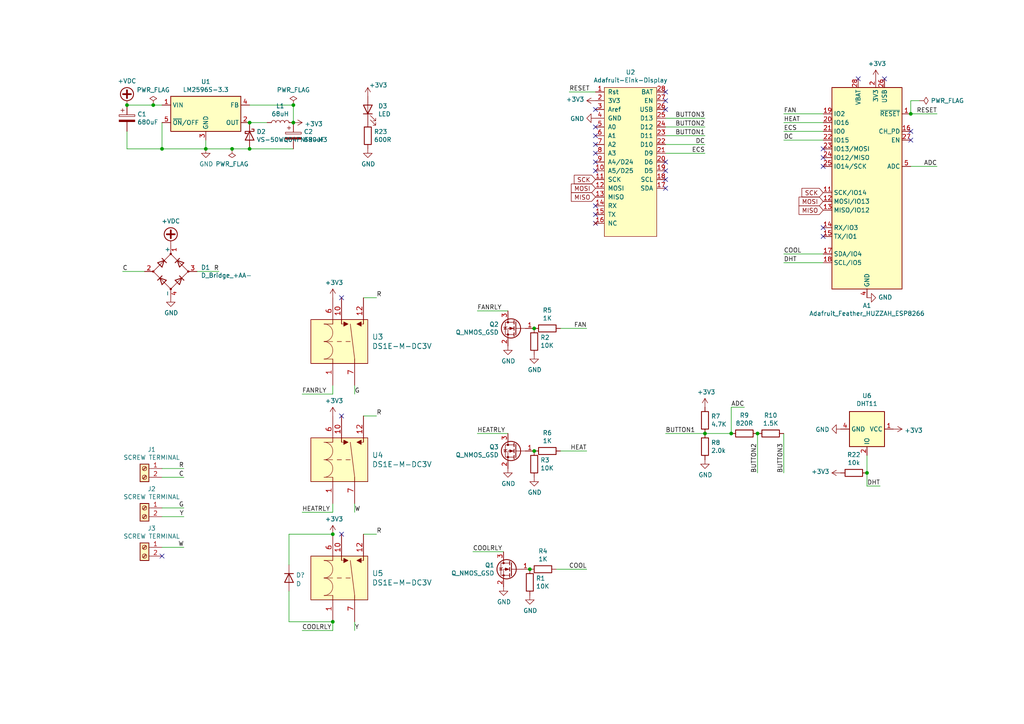
<source format=kicad_sch>
(kicad_sch (version 20211123) (generator eeschema)
  (paper "A4")
  (title_block (title "Arduino Thermostat") (date "2021-08-14") (rev "A") (comment 1 "Designed by A. Elder"))
  (lib_symbols
    (symbol "Arduino-Thermostat:Adafruit-Eink-Display" (pin_names (offset 1.016))
      (property "Reference" "U" (at 0 0 0))
      (property "Value" "Adafruit-Eink-Display" (at 0 2.54 0))
      (symbol "Adafruit-Eink-Display_0_1"
        (rectangle (start -7.62 -1.27) (end 7.62 -44.45) (fill (type background)))
      )
      (symbol "Adafruit-Eink-Display_1_1"
        (pin input line (at -10.16 -2.54 0) (length 2.54) (name "Rst") (number "1"))
        (pin bidirectional line (at -10.16 -25.4 0) (length 2.54) (name "A5/D25") (number "10"))
        (pin input line (at -10.16 -27.94 0) (length 2.54) (name "SCK") (number "11"))
        (pin input line (at -10.16 -30.48 0) (length 2.54) (name "MOSI") (number "12"))
        (pin output line (at -10.16 -33.02 0) (length 2.54) (name "MISO") (number "13"))
        (pin input line (at -10.16 -35.56 0) (length 2.54) (name "RX") (number "14"))
        (pin output line (at -10.16 -38.1 0) (length 2.54) (name "TX") (number "15"))
        (pin no_connect line (at -10.16 -40.64 0) (length 2.54) (name "NC") (number "16"))
        (pin bidirectional line (at 10.16 -30.48 180) (length 2.54) (name "SDA") (number "17"))
        (pin input line (at 10.16 -27.94 180) (length 2.54) (name "SCL") (number "18"))
        (pin bidirectional line (at 10.16 -25.4 180) (length 2.54) (name "D5") (number "19"))
        (pin power_in line (at -10.16 -5.08 0) (length 2.54) (name "3V3") (number "2"))
        (pin bidirectional line (at 10.16 -22.86 180) (length 2.54) (name "D6") (number "20"))
        (pin bidirectional line (at 10.16 -20.32 180) (length 2.54) (name "D9") (number "21"))
        (pin bidirectional line (at 10.16 -17.78 180) (length 2.54) (name "D10") (number "22"))
        (pin bidirectional line (at 10.16 -15.24 180) (length 2.54) (name "D11") (number "23"))
        (pin bidirectional line (at 10.16 -12.7 180) (length 2.54) (name "D12") (number "24"))
        (pin bidirectional line (at 10.16 -10.16 180) (length 2.54) (name "D13") (number "25"))
        (pin input line (at 10.16 -7.62 180) (length 2.54) (name "USB") (number "26"))
        (pin input line (at 10.16 -5.08 180) (length 2.54) (name "EN") (number "27"))
        (pin input line (at 10.16 -2.54 180) (length 2.54) (name "BAT") (number "28"))
        (pin input line (at -10.16 -7.62 0) (length 2.54) (name "Aref") (number "3"))
        (pin power_in line (at -10.16 -10.16 0) (length 2.54) (name "GND") (number "4"))
        (pin bidirectional line (at -10.16 -12.7 0) (length 2.54) (name "A0") (number "5"))
        (pin bidirectional line (at -10.16 -15.24 0) (length 2.54) (name "A1") (number "6"))
        (pin bidirectional line (at -10.16 -17.78 0) (length 2.54) (name "A2") (number "7"))
        (pin bidirectional line (at -10.16 -20.32 0) (length 2.54) (name "A3") (number "8"))
        (pin bidirectional line (at -10.16 -22.86 0) (length 2.54) (name "A4/D24") (number "9"))
      )
    )
    (symbol "Arduino-Thermostat:DS1E-M-DC5V" (pin_names (offset -0.254) hide)
      (property "Reference" "U" (at 43.18 5.08 0))
      (property "Value" "DS1E-M-DC5V" (at 43.18 2.54 0))
      (symbol "DS1E-M-DC5V_0_1"
        (polyline (pts (xy 38.1 -13.97) (xy 48.26 -12.7)))
        (polyline (pts (xy 43.18 -11.43) (xy 43.18 -12.7)))
        (polyline (pts (xy 43.18 -8.89) (xy 43.18 -10.16)))
        (polyline (pts (xy 48.26 -5.08) (xy 48.26 -7.62)))
        (polyline (pts (xy 49.53 -6.35) (xy 49.53 -1.27) (xy 36.83 -1.27) (xy 36.83 -17.78) (xy 49.53 -17.78) (xy 49.53 -6.35) (xy 49.53 -3.81)))
        (rectangle (start 36.83 -1.27) (end 49.53 -17.78) (fill (type background)))
      )
      (symbol "DS1E-M-DC5V_1_1"
        (polyline (pts (xy 38.1 -5.08) (xy 38.1 -7.62)) (stroke (width 0.127)))
        (polyline (pts (xy 43.18 -5.08) (xy 43.18 -7.62)) (stroke (width 0.127)))
        (polyline (pts (xy 48.26 -16.51) (xy 48.26 -15.24)) (stroke (width 0.127)))
        (polyline (pts (xy 48.2854 -11.557) (xy 48.2854 -10.2362)) (stroke (width 0.127)))
        (polyline (pts (xy 47.625 -10.795) (xy 48.895 -10.795) (xy 48.26 -12.065) (xy 47.625 -10.795)) (fill (type outline)))
        (polyline (pts (xy 48.895 -15.875) (xy 47.625 -15.875) (xy 48.26 -14.605) (xy 48.895 -15.875)) (fill (type outline)))
        (arc (start 38.1 -5.08) (mid 40.64 -7.62) (end 43.18 -5.08) (stroke (width 0.127)))
        (arc (start 43.18 -5.08) (mid 45.72 -7.62) (end 48.26 -5.08) (stroke (width 0.127)))
        (pin passive line (at 30.48 -7.62 0) (length 7.62) (name "1") (number "1"))
        (pin passive line (at 55.88 -10.16 180) (length 7.62) (name "10") (number "10"))
        (pin passive line (at 55.88 -16.51 180) (length 7.62) (name "12") (number "12"))
        (pin passive line (at 55.88 -7.62 180) (length 7.62) (name "6") (number "6"))
        (pin passive line (at 30.48 -13.97 0) (length 7.62) (name "7") (number "7"))
      )
    )
    (symbol "Connector:Screw_Terminal_01x02" (pin_names (offset 1.016) hide)
      (property "Reference" "J" (at 0 2.54 0))
      (property "Value" "Screw_Terminal_01x02" (at 0 -5.08 0))
      (symbol "Screw_Terminal_01x02_1_1"
        (rectangle (start -1.27 1.27) (end 1.27 -3.81) (stroke (width 0.254)) (fill (type background)))
        (circle (center 0 -2.54) (radius 0.635) (stroke (width 0.1524)))
        (polyline (pts (xy -0.5334 -2.2098) (xy 0.3302 -3.048)) (stroke (width 0.1524)))
        (polyline (pts (xy -0.5334 0.3302) (xy 0.3302 -0.508)) (stroke (width 0.1524)))
        (polyline (pts (xy -0.3556 -2.032) (xy 0.508 -2.8702)) (stroke (width 0.1524)))
        (polyline (pts (xy -0.3556 0.508) (xy 0.508 -0.3302)) (stroke (width 0.1524)))
        (circle (center 0 0) (radius 0.635) (stroke (width 0.1524)))
        (pin passive line (at -5.08 0 0) (length 3.81) (name "Pin_1") (number "1"))
        (pin passive line (at -5.08 -2.54 0) (length 3.81) (name "Pin_2") (number "2"))
      )
    )
    (symbol "Device:D" (pin_numbers hide) (pin_names (offset 1.016) hide)
      (property "Reference" "D" (at 0 2.54 0))
      (property "Value" "D" (at 0 -2.54 0))
      (symbol "D_0_1"
        (polyline (pts (xy -1.27 1.27) (xy -1.27 -1.27)) (stroke (width 0.254)))
        (polyline (pts (xy 1.27 0) (xy -1.27 0)))
        (polyline (pts (xy 1.27 1.27) (xy 1.27 -1.27) (xy -1.27 0) (xy 1.27 1.27)) (stroke (width 0.254)))
      )
      (symbol "D_1_1"
        (pin passive line (at -3.81 0 0) (length 2.54) (name "K") (number "1"))
        (pin passive line (at 3.81 0 180) (length 2.54) (name "A") (number "2"))
      )
    )
    (symbol "Device:D_Bridge_+AA-" (pin_names (offset 0))
      (property "Reference" "D" (at 2.54 6.985 0))
      (property "Value" "D_Bridge_+AA-" (at 2.54 5.08 0))
      (symbol "D_Bridge_+AA-_0_1"
        (circle (center -5.08 0) (radius 0.254) (fill (type outline)))
        (circle (center 0 -5.08) (radius 0.254) (fill (type outline)))
        (polyline (pts (xy -2.54 3.81) (xy -1.27 2.54)) (stroke (width 0.254)))
        (polyline (pts (xy -1.27 -2.54) (xy -2.54 -3.81)) (stroke (width 0.254)))
        (polyline (pts (xy 2.54 -1.27) (xy 3.81 -2.54)) (stroke (width 0.254)))
        (polyline (pts (xy 2.54 1.27) (xy 3.81 2.54)) (stroke (width 0.254)))
        (polyline (pts (xy -3.81 2.54) (xy -2.54 1.27) (xy -1.905 3.175) (xy -3.81 2.54)) (stroke (width 0.254)))
        (polyline (pts (xy -2.54 -1.27) (xy -3.81 -2.54) (xy -1.905 -3.175) (xy -2.54 -1.27)) (stroke (width 0.254)))
        (polyline (pts (xy 1.27 2.54) (xy 2.54 3.81) (xy 3.175 1.905) (xy 1.27 2.54)) (stroke (width 0.254)))
        (polyline (pts (xy 3.175 -1.905) (xy 1.27 -2.54) (xy 2.54 -3.81) (xy 3.175 -1.905)) (stroke (width 0.254)))
        (polyline (pts (xy -5.08 0) (xy 0 -5.08) (xy 5.08 0) (xy 0 5.08) (xy -5.08 0)))
        (circle (center 0 5.08) (radius 0.254) (fill (type outline)))
        (circle (center 5.08 0) (radius 0.254) (fill (type outline)))
      )
      (symbol "D_Bridge_+AA-_1_1"
        (pin passive line (at 7.62 0 180) (length 2.54) (name "+") (number "1"))
        (pin passive line (at 0 7.62 270) (length 2.54) (name "~") (number "2"))
        (pin passive line (at 0 -7.62 90) (length 2.54) (name "~") (number "3"))
        (pin passive line (at -7.62 0 0) (length 2.54) (name "-") (number "4"))
      )
    )
    (symbol "Device:D_Schottky" (pin_numbers hide) (pin_names (offset 1.016) hide)
      (property "Reference" "D" (at 0 2.54 0))
      (property "Value" "D_Schottky" (at 0 -2.54 0))
      (symbol "D_Schottky_0_1"
        (polyline (pts (xy 1.27 0) (xy -1.27 0)))
        (polyline (pts (xy 1.27 1.27) (xy 1.27 -1.27) (xy -1.27 0) (xy 1.27 1.27)) (stroke (width 0.254)))
        (polyline (pts (xy -1.905 0.635) (xy -1.905 1.27) (xy -1.27 1.27) (xy -1.27 -1.27) (xy -0.635 -1.27) (xy -0.635 -0.635)) (stroke (width 0.254)))
      )
      (symbol "D_Schottky_1_1"
        (pin passive line (at -3.81 0 0) (length 2.54) (name "K") (number "1"))
        (pin passive line (at 3.81 0 180) (length 2.54) (name "A") (number "2"))
      )
    )
    (symbol "Device:L" (pin_numbers hide) (pin_names (offset 1.016) hide)
      (property "Reference" "L" (at -1.27 0 90))
      (property "Value" "L" (at 1.905 0 90))
      (symbol "L_0_1"
        (arc (start 0 -2.54) (mid 0.635 -1.905) (end 0 -1.27))
        (arc (start 0 -1.27) (mid 0.635 -0.635) (end 0 0))
        (arc (start 0 0) (mid 0.635 0.635) (end 0 1.27))
        (arc (start 0 1.27) (mid 0.635 1.905) (end 0 2.54))
      )
      (symbol "L_1_1"
        (pin passive line (at 0 3.81 270) (length 1.27) (name "1") (number "1"))
        (pin passive line (at 0 -3.81 90) (length 1.27) (name "2") (number "2"))
      )
    )
    (symbol "Device:LED" (pin_numbers hide) (pin_names (offset 1.016) hide)
      (property "Reference" "D" (at 0 2.54 0))
      (property "Value" "LED" (at 0 -2.54 0))
      (symbol "LED_0_1"
        (polyline (pts (xy -1.27 -1.27) (xy -1.27 1.27)) (stroke (width 0.254)))
        (polyline (pts (xy -1.27 0) (xy 1.27 0)))
        (polyline (pts (xy 1.27 -1.27) (xy 1.27 1.27) (xy -1.27 0) (xy 1.27 -1.27)) (stroke (width 0.254)))
        (polyline (pts (xy -3.048 -0.762) (xy -4.572 -2.286) (xy -3.81 -2.286) (xy -4.572 -2.286) (xy -4.572 -1.524)))
        (polyline (pts (xy -1.778 -0.762) (xy -3.302 -2.286) (xy -2.54 -2.286) (xy -3.302 -2.286) (xy -3.302 -1.524)))
      )
      (symbol "LED_1_1"
        (pin passive line (at -3.81 0 0) (length 2.54) (name "K") (number "1"))
        (pin passive line (at 3.81 0 180) (length 2.54) (name "A") (number "2"))
      )
    )
    (symbol "Device:Q_NMOS_GSD" (pin_names (offset 0) hide)
      (property "Reference" "Q" (at 5.08 1.27 0))
      (property "Value" "Q_NMOS_GSD" (at 5.08 -1.27 0))
      (symbol "Q_NMOS_GSD_0_1"
        (polyline (pts (xy 0.254 0) (xy -2.54 0)))
        (polyline (pts (xy 0.254 1.905) (xy 0.254 -1.905)) (stroke (width 0.254)))
        (polyline (pts (xy 0.762 -1.27) (xy 0.762 -2.286)) (stroke (width 0.254)))
        (polyline (pts (xy 0.762 0.508) (xy 0.762 -0.508)) (stroke (width 0.254)))
        (polyline (pts (xy 0.762 2.286) (xy 0.762 1.27)) (stroke (width 0.254)))
        (polyline (pts (xy 2.54 2.54) (xy 2.54 1.778)))
        (polyline (pts (xy 2.54 -2.54) (xy 2.54 0) (xy 0.762 0)))
        (polyline (pts (xy 0.762 -1.778) (xy 3.302 -1.778) (xy 3.302 1.778) (xy 0.762 1.778)))
        (polyline (pts (xy 1.016 0) (xy 2.032 0.381) (xy 2.032 -0.381) (xy 1.016 0)) (fill (type outline)))
        (polyline (pts (xy 2.794 0.508) (xy 2.921 0.381) (xy 3.683 0.381) (xy 3.81 0.254)))
        (polyline (pts (xy 3.302 0.381) (xy 2.921 -0.254) (xy 3.683 -0.254) (xy 3.302 0.381)))
        (circle (center 1.651 0) (radius 2.794) (stroke (width 0.254)))
        (circle (center 2.54 -1.778) (radius 0.254) (fill (type outline)))
        (circle (center 2.54 1.778) (radius 0.254) (fill (type outline)))
      )
      (symbol "Q_NMOS_GSD_1_1"
        (pin input line (at -5.08 0 0) (length 2.54) (name "G") (number "1"))
        (pin passive line (at 2.54 -5.08 90) (length 2.54) (name "S") (number "2"))
        (pin passive line (at 2.54 5.08 270) (length 2.54) (name "D") (number "3"))
      )
    )
    (symbol "Device:R" (pin_numbers hide) (pin_names (offset 0))
      (property "Reference" "R" (at 2.032 0 90))
      (property "Value" "R" (at 0 0 90))
      (symbol "R_0_1"
        (rectangle (start -1.016 -2.54) (end 1.016 2.54) (stroke (width 0.254)))
      )
      (symbol "R_1_1"
        (pin passive line (at 0 3.81 270) (length 1.27) (name "~") (number "1"))
        (pin passive line (at 0 -3.81 90) (length 1.27) (name "~") (number "2"))
      )
    )
    (symbol "MCU_Module:Adafruit_Feather_HUZZAH_ESP8266"
      (property "Reference" "A" (at -10.16 29.21 0))
      (property "Value" "Adafruit_Feather_HUZZAH_ESP8266" (at 2.54 -31.75 0))
      (symbol "Adafruit_Feather_HUZZAH_ESP8266_0_1"
        (rectangle (start -10.16 27.94) (end 10.16 -30.48) (stroke (width 0.254)) (fill (type background)))
      )
      (symbol "Adafruit_Feather_HUZZAH_ESP8266_1_1"
        (pin input line (at 12.7 20.32 180) (length 2.54) (name "~{RESET}") (number "1"))
        (pin no_connect line (at 10.16 -7.62 180) (length 2.54) hide (name "NC") (number "10"))
        (pin bidirectional line (at -12.7 -2.54 0) (length 2.54) (name "SCK/IO14") (number "11"))
        (pin bidirectional line (at -12.7 -5.08 0) (length 2.54) (name "MOSI/IO13") (number "12"))
        (pin bidirectional line (at -12.7 -7.62 0) (length 2.54) (name "MISO/IO12") (number "13"))
        (pin bidirectional line (at -12.7 -12.7 0) (length 2.54) (name "RX/IO3") (number "14"))
        (pin bidirectional line (at -12.7 -15.24 0) (length 2.54) (name "TX/IO1") (number "15"))
        (pin bidirectional line (at 12.7 15.24 180) (length 2.54) (name "CH_PD") (number "16"))
        (pin bidirectional line (at -12.7 -20.32 0) (length 2.54) (name "SDA/IO4") (number "17"))
        (pin bidirectional line (at -12.7 -22.86 0) (length 2.54) (name "SCL/IO5") (number "18"))
        (pin bidirectional line (at -12.7 20.32 0) (length 2.54) (name "IO2") (number "19"))
        (pin power_in line (at 2.54 30.48 270) (length 2.54) (name "3V3") (number "2"))
        (pin bidirectional line (at -12.7 17.78 0) (length 2.54) (name "IO16") (number "20"))
        (pin bidirectional line (at -12.7 15.24 0) (length 2.54) (name "IO0") (number "21"))
        (pin bidirectional line (at -12.7 12.7 0) (length 2.54) (name "IO15") (number "22"))
        (pin bidirectional line (at -12.7 10.16 0) (length 2.54) (name "IO13/MOSI") (number "23"))
        (pin bidirectional line (at -12.7 7.62 0) (length 2.54) (name "IO12/MISO") (number "24"))
        (pin bidirectional line (at -12.7 5.08 0) (length 2.54) (name "IO14/SCK") (number "25"))
        (pin power_in line (at 5.08 30.48 270) (length 2.54) (name "USB") (number "26"))
        (pin input line (at 12.7 12.7 180) (length 2.54) (name "EN") (number "27"))
        (pin power_in line (at -2.54 30.48 270) (length 2.54) (name "VBAT") (number "28"))
        (pin no_connect line (at 10.16 10.16 180) (length 2.54) hide (name "NC") (number "3"))
        (pin power_in line (at 0 -33.02 90) (length 2.54) (name "GND") (number "4"))
        (pin bidirectional line (at 12.7 5.08 180) (length 2.54) (name "ADC") (number "5"))
        (pin no_connect line (at 10.16 2.54 180) (length 2.54) hide (name "NC") (number "6"))
        (pin no_connect line (at 10.16 0 180) (length 2.54) hide (name "NC") (number "7"))
        (pin no_connect line (at 10.16 -2.54 180) (length 2.54) hide (name "NC") (number "8"))
        (pin no_connect line (at 10.16 -5.08 180) (length 2.54) hide (name "NC") (number "9"))
      )
    )
    (symbol "Regulator_Switching:LM2596S-3.3"
      (property "Reference" "U" (at -10.16 6.35 0))
      (property "Value" "LM2596S-3.3" (at 0 6.35 0))
      (symbol "LM2596S-3.3_0_1"
        (rectangle (start -10.16 5.08) (end 10.16 -5.08) (stroke (width 0.254)) (fill (type background)))
      )
      (symbol "LM2596S-3.3_1_1"
        (pin power_in line (at -12.7 2.54 0) (length 2.54) (name "VIN") (number "1"))
        (pin output line (at 12.7 -2.54 180) (length 2.54) (name "OUT") (number "2"))
        (pin power_in line (at 0 -7.62 90) (length 2.54) (name "GND") (number "3"))
        (pin input line (at 12.7 2.54 180) (length 2.54) (name "FB") (number "4"))
        (pin input line (at -12.7 -2.54 0) (length 2.54) (name "~{ON}/OFF") (number "5"))
      )
    )
    (symbol "Sensor:DHT11"
      (property "Reference" "U" (at -3.81 6.35 0))
      (property "Value" "DHT11" (at 3.81 6.35 0))
      (symbol "DHT11_0_1"
        (rectangle (start -5.08 5.08) (end 5.08 -5.08) (stroke (width 0.254)) (fill (type background)))
      )
      (symbol "DHT11_1_1"
        (pin power_in line (at 0 7.62 270) (length 2.54) (name "VCC") (number "1"))
        (pin bidirectional line (at 7.62 0 180) (length 2.54) (name "IO") (number "2"))
        (pin no_connect line (at -5.08 0 0) (length 2.54) hide (name "NC") (number "3"))
        (pin power_in line (at 0 -7.62 90) (length 2.54) (name "GND") (number "4"))
      )
    )
    (symbol "Test-Board-rescue:CP-Device" (pin_numbers hide) (pin_names (offset 0.254))
      (property "Reference" "C" (at 0.635 2.54 0))
      (property "Value" "CP-Device" (at 0.635 -2.54 0))
      (symbol "CP-Device_0_1"
        (rectangle (start -2.286 0.508) (end 2.286 1.016))
        (polyline (pts (xy -1.778 2.286) (xy -0.762 2.286)))
        (polyline (pts (xy -1.27 2.794) (xy -1.27 1.778)))
        (rectangle (start 2.286 -0.508) (end -2.286 -1.016) (fill (type outline)))
      )
      (symbol "CP-Device_1_1"
        (pin passive line (at 0 3.81 270) (length 2.794) (name "~") (number "1"))
        (pin passive line (at 0 -3.81 90) (length 2.794) (name "~") (number "2"))
      )
    )
    (symbol "power:+3.3V" (power) (pin_names (offset 0))
      (property "Value" "+3.3V" (at 0 3.556 0))
      (symbol "+3.3V_0_1"
        (polyline (pts (xy -0.762 1.27) (xy 0 2.54)))
        (polyline (pts (xy 0 0) (xy 0 2.54)))
        (polyline (pts (xy 0 2.54) (xy 0.762 1.27)))
      )
      (symbol "+3.3V_1_1"
        (pin power_in line (at 0 0 90) (length 0) hide (name "+3V3") (number "1"))
      )
    )
    (symbol "power:+3V3" (power) (pin_names (offset 0))
      (property "Value" "+3V3" (at 0 3.556 0))
      (symbol "+3V3_0_1"
        (polyline (pts (xy -0.762 1.27) (xy 0 2.54)))
        (polyline (pts (xy 0 0) (xy 0 2.54)))
        (polyline (pts (xy 0 2.54) (xy 0.762 1.27)))
      )
      (symbol "+3V3_1_1"
        (pin power_in line (at 0 0 90) (length 0) hide (name "+3V3") (number "1"))
      )
    )
    (symbol "power:+VDC" (power) (pin_names (offset 0))
      (property "Value" "+VDC" (at 0 6.35 0))
      (symbol "+VDC_0_1"
        (polyline (pts (xy -1.143 3.175) (xy 1.143 3.175)) (stroke (width 0.508)))
        (polyline (pts (xy 0 0) (xy 0 1.27)))
        (polyline (pts (xy 0 2.032) (xy 0 4.318)) (stroke (width 0.508)))
        (circle (center 0 3.175) (radius 1.905) (stroke (width 0.254)))
      )
      (symbol "+VDC_1_1"
        (pin power_in line (at 0 0 90) (length 0) hide (name "+VDC") (number "1"))
      )
    )
    (symbol "power:GND" (power) (pin_names (offset 0))
      (property "Value" "GND" (at 0 -3.81 0))
      (symbol "GND_0_1"
        (polyline (pts (xy 0 0) (xy 0 -1.27) (xy 1.27 -1.27) (xy 0 -2.54) (xy -1.27 -1.27) (xy 0 -1.27)))
      )
      (symbol "GND_1_1"
        (pin power_in line (at 0 0 270) (length 0) hide (name "GND") (number "1"))
      )
    )
    (symbol "power:PWR_FLAG" (power) (pin_numbers hide) (pin_names (offset 0) hide)
      (property "Value" "PWR_FLAG" (at 0 3.81 0))
      (symbol "PWR_FLAG_0_0"
        (pin power_out line (at 0 0 90) (length 0) (name "pwr") (number "1"))
      )
      (symbol "PWR_FLAG_0_1"
        (polyline (pts (xy 0 0) (xy 0 1.27) (xy -1.016 1.905) (xy 0 2.54) (xy 1.016 1.905) (xy 0 1.27)))
      )
    )
  )
  (junction (at 85.09 35.56))
  (junction (at 212.09 125.73))
  (junction (at 264.16 33.02))
  (junction (at 72.39 43.18))
  (junction (at 67.31 43.18))
  (junction (at 219.71 125.73))
  (junction (at 153.67 165.1))
  (junction (at 36.83 30.48))
  (junction (at 96.52 154.94))
  (junction (at 46.99 43.18))
  (junction (at 85.09 30.48))
  (junction (at 72.39 35.56))
  (junction (at 204.47 125.73))
  (junction (at 96.52 180.34))
  (junction (at 154.94 130.81))
  (junction (at 59.69 43.18))
  (junction (at 251.46 137.16))
  (junction (at 154.94 95.25))
  (junction (at 44.45 30.48))
  (no_connect (at 264.16 38.1))
  (no_connect (at 238.76 66.04))
  (no_connect (at 264.16 40.64))
  (no_connect (at 172.72 64.77))
  (no_connect (at 172.72 49.53))
  (no_connect (at 99.06 86.36))
  (no_connect (at 193.04 54.61))
  (no_connect (at 172.72 41.91))
  (no_connect (at 99.06 120.65))
  (no_connect (at 99.06 154.94))
  (no_connect (at 193.04 26.67))
  (no_connect (at 193.04 31.75))
  (no_connect (at 238.76 48.26))
  (no_connect (at 238.76 45.72))
  (no_connect (at 172.72 44.45))
  (no_connect (at 172.72 36.83))
  (no_connect (at 248.92 22.86))
  (no_connect (at 172.72 39.37))
  (no_connect (at 172.72 31.75))
  (no_connect (at 256.54 22.86))
  (no_connect (at 46.99 161.29))
  (no_connect (at 193.04 46.99))
  (no_connect (at 193.04 29.21))
  (no_connect (at 238.76 68.58))
  (no_connect (at 172.72 59.69))
  (no_connect (at 193.04 49.53))
  (no_connect (at 238.76 43.18))
  (no_connect (at 172.72 46.99))
  (no_connect (at 172.72 62.23))
  (no_connect (at 193.04 52.07))
  (wire (pts (xy 264.16 48.26) (xy 271.78 48.26)))
  (wire (pts (xy 219.71 125.73) (xy 219.71 137.16)))
  (wire (pts (xy 44.45 30.48) (xy 46.99 30.48)))
  (wire (pts (xy 59.69 43.18) (xy 46.99 43.18)))
  (wire (pts (xy 227.33 38.1) (xy 238.76 38.1)))
  (wire (pts (xy 83.82 171.45) (xy 83.82 180.34)))
  (wire (pts (xy 146.05 160.02) (xy 137.16 160.02)))
  (wire (pts (xy 96.52 182.88) (xy 96.52 180.34)))
  (wire (pts (xy 102.87 148.59) (xy 102.87 146.05)))
  (wire (pts (xy 204.47 41.91) (xy 193.04 41.91)))
  (wire (pts (xy 102.87 180.34) (xy 102.87 182.88)))
  (wire (pts (xy 46.99 149.86) (xy 53.34 149.86)))
  (wire (pts (xy 102.87 111.76) (xy 102.87 114.3)))
  (wire (pts (xy 72.39 43.18) (xy 67.31 43.18)))
  (wire (pts (xy 264.16 29.21) (xy 264.16 33.02)))
  (wire (pts (xy 147.32 125.73) (xy 138.43 125.73)))
  (wire (pts (xy 251.46 137.16) (xy 251.46 140.97)))
  (wire (pts (xy 57.15 78.74) (xy 63.5 78.74)))
  (wire (pts (xy 193.04 34.29) (xy 204.47 34.29)))
  (wire (pts (xy 204.47 44.45) (xy 193.04 44.45)))
  (wire (pts (xy 251.46 132.08) (xy 251.46 137.16)))
  (wire (pts (xy 105.41 120.65) (xy 109.22 120.65)))
  (wire (pts (xy 227.33 35.56) (xy 238.76 35.56)))
  (wire (pts (xy 46.99 138.43) (xy 53.34 138.43)))
  (wire (pts (xy 36.83 43.18) (xy 46.99 43.18)))
  (wire (pts (xy 212.09 125.73) (xy 212.09 118.11)))
  (wire (pts (xy 36.83 38.1) (xy 36.83 43.18)))
  (wire (pts (xy 227.33 125.73) (xy 227.33 137.16)))
  (wire (pts (xy 170.18 95.25) (xy 162.56 95.25)))
  (wire (pts (xy 204.47 125.73) (xy 212.09 125.73)))
  (wire (pts (xy 193.04 39.37) (xy 204.47 39.37)))
  (wire (pts (xy 96.52 148.59) (xy 87.63 148.59)))
  (wire (pts (xy 46.99 43.18) (xy 46.99 35.56)))
  (wire (pts (xy 147.32 90.17) (xy 138.43 90.17)))
  (wire (pts (xy 83.82 180.34) (xy 96.52 180.34)))
  (wire (pts (xy 36.83 30.48) (xy 44.45 30.48)))
  (wire (pts (xy 227.33 73.66) (xy 238.76 73.66)))
  (wire (pts (xy 72.39 30.48) (xy 85.09 30.48)))
  (wire (pts (xy 105.41 86.36) (xy 109.22 86.36)))
  (wire (pts (xy 72.39 43.18) (xy 85.09 43.18)))
  (wire (pts (xy 251.46 140.97) (xy 255.27 140.97)))
  (wire (pts (xy 193.04 36.83) (xy 204.47 36.83)))
  (wire (pts (xy 35.56 78.74) (xy 41.91 78.74)))
  (wire (pts (xy 165.1 26.67) (xy 172.72 26.67)))
  (wire (pts (xy 266.7 29.21) (xy 264.16 29.21)))
  (wire (pts (xy 227.33 40.64) (xy 238.76 40.64)))
  (wire (pts (xy 72.39 35.56) (xy 77.47 35.56)))
  (wire (pts (xy 85.09 30.48) (xy 85.09 35.56)))
  (wire (pts (xy 59.69 43.18) (xy 59.69 40.64)))
  (wire (pts (xy 46.99 158.75) (xy 53.34 158.75)))
  (wire (pts (xy 67.31 43.18) (xy 59.69 43.18)))
  (wire (pts (xy 105.41 154.94) (xy 109.22 154.94)))
  (wire (pts (xy 271.78 33.02) (xy 264.16 33.02)))
  (wire (pts (xy 170.18 130.81) (xy 162.56 130.81)))
  (wire (pts (xy 204.47 125.73) (xy 193.04 125.73)))
  (wire (pts (xy 46.99 135.89) (xy 53.34 135.89)))
  (wire (pts (xy 96.52 114.3) (xy 87.63 114.3)))
  (wire (pts (xy 96.52 148.59) (xy 96.52 146.05)))
  (wire (pts (xy 227.33 76.2) (xy 238.76 76.2)))
  (wire (pts (xy 227.33 33.02) (xy 238.76 33.02)))
  (wire (pts (xy 46.99 147.32) (xy 53.34 147.32)))
  (wire (pts (xy 170.18 165.1) (xy 161.29 165.1)))
  (wire (pts (xy 212.09 118.11) (xy 215.9 118.11)))
  (wire (pts (xy 83.82 154.94) (xy 96.52 154.94)))
  (wire (pts (xy 96.52 111.76) (xy 96.52 114.3)))
  (wire (pts (xy 96.52 182.88) (xy 87.63 182.88)))
  (wire (pts (xy 83.82 163.83) (xy 83.82 154.94)))
  (label "ADC" (at 271.78 48.26 180))
  (label "C" (at 35.56 78.74 0))
  (label "COOL" (at 170.18 165.1 180))
  (label "W" (at 102.87 148.59 0))
  (label "BUTTON2" (at 204.47 36.83 180))
  (label "FAN" (at 227.33 33.02 0))
  (label "R" (at 109.22 154.94 0))
  (label "DC" (at 227.33 40.64 0))
  (label "BUTTON1" (at 204.47 39.37 180))
  (label "FANRLY" (at 138.43 90.17 0))
  (label "DHT" (at 227.33 76.2 0))
  (label "G" (at 53.34 147.32 180))
  (label "COOLRLY" (at 137.16 160.02 0))
  (label "RESET" (at 271.78 33.02 180))
  (label "ECS" (at 204.47 44.45 180))
  (label "BUTTON3" (at 227.33 137.16 90))
  (label "COOLRLY" (at 87.63 182.88 0))
  (label "HEATRLY" (at 87.63 148.59 0))
  (label "BUTTON2" (at 219.71 137.16 90))
  (label "R" (at 109.22 86.36 0))
  (label "DC" (at 204.47 41.91 180))
  (label "COOL" (at 227.33 73.66 0))
  (label "FANRLY" (at 87.63 114.3 0))
  (label "Y" (at 53.34 149.86 180))
  (label "HEAT" (at 170.18 130.81 180))
  (label "W" (at 53.34 158.75 180))
  (label "RESET" (at 165.1 26.67 0))
  (label "BUTTON1" (at 193.04 125.73 0))
  (label "ECS" (at 227.33 38.1 0))
  (label "ADC" (at 215.9 118.11 180))
  (label "FAN" (at 170.18 95.25 180))
  (label "HEATRLY" (at 138.43 125.73 0))
  (label "Y" (at 102.87 182.88 0))
  (label "G" (at 102.87 114.3 0))
  (label "C" (at 53.34 138.43 180))
  (label "BUTTON3" (at 204.47 34.29 180))
  (label "HEAT" (at 227.33 35.56 0))
  (label "R" (at 109.22 120.65 0))
  (label "DHT" (at 255.27 140.97 180))
  (label "R" (at 63.5 78.74 180))
  (label "R" (at 53.34 135.89 180))
  (global_label "SCK" (shape input) (at 172.72 52.07 180) (property "Intersheet References" "${INTERSHEET_REFS}" (effects hide)))
  (global_label "MOSI" (shape input) (at 238.76 58.42 180) (property "Intersheet References" "${INTERSHEET_REFS}" (effects hide)))
  (global_label "MOSI" (shape input) (at 172.72 54.61 180) (property "Intersheet References" "${INTERSHEET_REFS}" (effects hide)))
  (global_label "SCK" (shape input) (at 238.76 55.88 180) (property "Intersheet References" "${INTERSHEET_REFS}" (effects hide)))
  (global_label "MISO" (shape input) (at 172.72 57.15 180) (property "Intersheet References" "${INTERSHEET_REFS}" (effects hide)))
  (global_label "MISO" (shape input) (at 238.76 60.96 180) (property "Intersheet References" "${INTERSHEET_REFS}" (effects hide)))
  (symbol (lib_id "Test-Board-rescue:CP-Device") (at 36.83 34.29 0) (unit 1)
    (property "Reference" "C1" (at 39.8272 33.1216 0) (effects (justify left)))
    (property "Value" "680uF" (at 39.8272 35.433 0) (effects (justify left)))
    (property "Footprint" "Capacitor_THT:CP_Radial_D18.0mm_P7.50mm" (effects hide))
  )
  (symbol (lib_id "Test-Board-rescue:CP-Device") (at 85.09 39.37 0) (unit 1)
    (property "Reference" "C2" (at 88.0872 38.2016 0) (effects (justify left)))
    (property "Value" "680uF" (at 88.0872 40.513 0) (effects (justify left)))
    (property "Footprint" "Capacitor_THT:CP_Radial_D18.0mm_P7.50mm" (effects hide))
  )
  (symbol (lib_id "Device:D_Schottky") (at 72.39 39.37 270) (unit 1)
    (property "Reference" "D2" (at 74.422 38.2016 90) (effects (justify left)))
    (property "Value" "VS-50WQ04FNTR-M3" (at 74.422 40.513 90) (effects (justify left)))
    (property "Footprint" "Package_TO_SOT_SMD:TO-252-3_TabPin2" (effects hide))
  )
  (symbol (lib_id "Device:L") (at 81.28 35.56 90) (unit 1)
    (property "Reference" "L1" (at 81.28 30.734 90))
    (property "Value" "68uH" (at 81.28 33.0454 90))
    (property "Footprint" "Inductor_THT:L_Radial_L16.1mm_W16.1mm_Px7.62mm_Py12.70mm_Pulse_LP-44" (effects hide))
  )
  (symbol (lib_id "power:GND") (at 59.69 43.18 0) (unit 1)
    (property "Reference" "#PWR0102" (effects hide))
    (property "Value" "GND" (at 59.817 47.5742 0))
  )
  (symbol (lib_id "power:+VDC") (at 36.83 30.48 0) (unit 1)
    (property "Reference" "#PWR0103" (effects hide))
    (property "Value" "+VDC" (at 36.83 23.495 0))
  )
  (symbol (lib_id "power:+VDC") (at 49.53 71.12 0) (unit 1)
    (property "Reference" "#PWR0104" (effects hide))
    (property "Value" "+VDC" (at 49.53 64.135 0))
  )
  (symbol (lib_id "power:GND") (at 49.53 86.36 0) (unit 1)
    (property "Reference" "#PWR0105" (effects hide))
    (property "Value" "GND" (at 49.657 90.7542 0))
  )
  (symbol (lib_id "Connector:Screw_Terminal_01x02") (at 41.91 135.89 0) (mirror y) (unit 1)
    (property "Reference" "J1" (at 43.9928 130.3782 0))
    (property "Value" "SCREW TERMINAL" (at 43.9928 132.6896 0))
    (property "Footprint" "TerminalBlock_Phoenix:TerminalBlock_Phoenix_MKDS-1,5-2-5.08_1x02_P5.08mm_Horizontal" (effects hide))
  )
  (symbol (lib_id "Sensor:DHT11") (at 251.46 124.46 270) (unit 1)
    (property "Reference" "U6" (at 251.46 114.7826 90))
    (property "Value" "DHT11" (at 251.46 117.094 90))
    (property "Footprint" "Arduino-Thermostat:DHT22-Horizontal" (effects hide))
    (property "Datasheet" "http://akizukidenshi.com/download/ds/aosong/DHT11.pdf" (effects hide))
  )
  (symbol (lib_id "power:GND") (at 243.84 124.46 270) (unit 1)
    (property "Reference" "#PWR0118" (effects hide))
    (property "Value" "GND" (at 240.5888 124.587 90) (effects (justify right)))
  )
  (symbol (lib_id "Device:R") (at 247.65 137.16 270) (unit 1)
    (property "Reference" "R22" (at 247.65 131.9022 90))
    (property "Value" "10k" (at 247.65 134.2136 90))
    (property "Footprint" "Resistor_SMD:R_1206_3216Metric" (effects hide))
  )
  (symbol (lib_id "Device:LED") (at 106.68 31.75 90) (unit 1)
    (property "Reference" "D3" (at 109.6772 30.7594 90) (effects (justify right)))
    (property "Value" "LED" (at 109.6772 33.0708 90) (effects (justify right)))
    (property "Footprint" "LED_THT:LED_D5.0mm" (effects hide))
  )
  (symbol (lib_id "Device:R") (at 106.68 39.37 0) (unit 1)
    (property "Reference" "R23" (at 108.458 38.2016 0) (effects (justify left)))
    (property "Value" "600R" (at 108.458 40.513 0) (effects (justify left)))
    (property "Footprint" "Resistor_SMD:R_1206_3216Metric" (effects hide))
  )
  (symbol (lib_id "power:GND") (at 106.68 43.18 0) (unit 1)
    (property "Reference" "#PWR0133" (effects hide))
    (property "Value" "GND" (at 106.807 47.5742 0))
  )
  (symbol (lib_id "power:PWR_FLAG") (at 67.31 43.18 180) (unit 1)
    (property "Reference" "#FLG0102" (effects hide))
    (property "Value" "PWR_FLAG" (at 67.31 47.5742 0))
  )
  (symbol (lib_id "power:PWR_FLAG") (at 44.45 30.48 0) (unit 1)
    (property "Reference" "#FLG0103" (effects hide))
    (property "Value" "PWR_FLAG" (at 44.45 26.0858 0))
  )
  (symbol (lib_id "Connector:Screw_Terminal_01x02") (at 41.91 147.32 0) (mirror y) (unit 1)
    (property "Reference" "J2" (at 43.9928 141.8082 0))
    (property "Value" "SCREW TERMINAL" (at 43.9928 144.1196 0))
    (property "Footprint" "TerminalBlock_Phoenix:TerminalBlock_Phoenix_MKDS-1,5-2-5.08_1x02_P5.08mm_Horizontal" (effects hide))
  )
  (symbol (lib_id "Connector:Screw_Terminal_01x02") (at 41.91 158.75 0) (mirror y) (unit 1)
    (property "Reference" "J3" (at 43.9928 153.2382 0))
    (property "Value" "SCREW TERMINAL" (at 43.9928 155.5496 0))
    (property "Footprint" "TerminalBlock_Phoenix:TerminalBlock_Phoenix_MKDS-1,5-2-5.08_1x02_P5.08mm_Horizontal" (effects hide))
  )
  (symbol (lib_id "Device:D_Bridge_+AA-") (at 49.53 78.74 90) (unit 1)
    (property "Reference" "D1" (at 58.2676 77.5716 90) (effects (justify right)))
    (property "Value" "D_Bridge_+AA-" (at 58.2676 79.883 90) (effects (justify right)))
    (property "Footprint" "Arduino-Thermostat:Diode Bridge 4-SMD" (effects hide))
  )
  (symbol (lib_id "Arduino-Thermostat:DS1E-M-DC5V") (at 88.9 142.24 90) (unit 1)
    (property "Reference" "U3" (at 107.8992 97.7138 90) (effects (font (size 1.524 1.524)) (justify right)))
    (property "Value" "DS1E-M-DC3V" (at 107.8992 100.4062 90) (effects (font (size 1.524 1.524)) (justify right)))
    (property "Footprint" "Arduino-Thermostat:DS1E-M-DC5V" (effects hide))
  )
  (symbol (lib_id "Arduino-Thermostat:DS1E-M-DC5V") (at 88.9 176.53 90) (unit 1)
    (property "Reference" "U4" (at 107.8992 132.0038 90) (effects (font (size 1.524 1.524)) (justify right)))
    (property "Value" "DS1E-M-DC3V" (at 107.8992 134.6962 90) (effects (font (size 1.524 1.524)) (justify right)))
    (property "Footprint" "Arduino-Thermostat:DS1E-M-DC5V" (effects hide))
  )
  (symbol (lib_id "Arduino-Thermostat:DS1E-M-DC5V") (at 88.9 210.82 90) (unit 1)
    (property "Reference" "U5" (at 107.8992 166.2938 90) (effects (font (size 1.524 1.524)) (justify right)))
    (property "Value" "DS1E-M-DC3V" (at 107.8992 168.9862 90) (effects (font (size 1.524 1.524)) (justify right)))
    (property "Footprint" "Arduino-Thermostat:DS1E-M-DC5V" (effects hide))
  )
  (symbol (lib_id "Arduino-Thermostat:Adafruit-Eink-Display") (at 182.88 24.13 0) (unit 1)
    (property "Reference" "U2" (at 182.88 20.955 0))
    (property "Value" "Adafruit-Eink-Display" (at 182.88 23.2664 0))
    (property "Footprint" "Arduino-Thermostat:Adafruit-eink-display" (effects hide))
  )
  (symbol (lib_id "power:+3V3") (at 172.72 29.21 90) (unit 1)
    (property "Reference" "#PWR0101" (effects hide))
    (property "Value" "+3V3" (at 169.4688 28.829 90) (effects (justify left)))
  )
  (symbol (lib_id "MCU_Module:Adafruit_Feather_HUZZAH_ESP8266") (at 251.46 53.34 0) (unit 1)
    (property "Reference" "A1" (at 251.46 88.6206 0))
    (property "Value" "Adafruit_Feather_HUZZAH_ESP8266" (at 251.46 90.932 0))
    (property "Footprint" "Module:Adafruit_Feather" (effects hide))
    (property "Datasheet" "https://cdn-learn.adafruit.com/downloads/pdf/adafruit-feather-huzzah-esp8266.pdf" (effects hide))
  )
  (symbol (lib_id "power:+3V3") (at 254 22.86 0) (unit 1)
    (property "Reference" "#PWR0106" (effects hide))
    (property "Value" "+3V3" (at 254.381 18.4658 0))
  )
  (symbol (lib_id "power:GND") (at 251.46 86.36 90) (unit 1)
    (property "Reference" "#PWR0107" (effects hide))
    (property "Value" "GND" (at 254.7112 86.233 90) (effects (justify right)))
  )
  (symbol (lib_id "power:GND") (at 172.72 34.29 270) (unit 1)
    (property "Reference" "#PWR0108" (effects hide))
    (property "Value" "GND" (at 169.4688 34.417 90) (effects (justify right)))
  )
  (symbol (lib_id "power:+3V3") (at 243.84 137.16 90) (unit 1)
    (property "Reference" "#PWR0109" (effects hide))
    (property "Value" "+3V3" (at 240.5888 136.779 90) (effects (justify left)))
  )
  (symbol (lib_id "Regulator_Switching:LM2596S-3.3") (at 59.69 33.02 0) (unit 1)
    (property "Reference" "U1" (at 59.69 23.6982 0))
    (property "Value" "LM2596S-3.3" (at 59.69 26.0096 0))
    (property "Footprint" "Package_TO_SOT_SMD:TO-263-5_TabPin3" (effects hide))
    (property "Datasheet" "http://www.ti.com/lit/ds/symlink/lm2596.pdf" (effects hide))
  )
  (symbol (lib_id "power:+3V3") (at 85.09 35.56 270) (unit 1)
    (property "Reference" "#PWR0110" (effects hide))
    (property "Value" "+3V3" (at 88.3412 35.941 90) (effects (justify left)))
  )
  (symbol (lib_id "power:+3V3") (at 259.08 124.46 270) (unit 1)
    (property "Reference" "#PWR0111" (effects hide))
    (property "Value" "+3V3" (at 262.3312 124.841 90) (effects (justify left)))
  )
  (symbol (lib_id "Device:Q_NMOS_GSD") (at 149.86 95.25 0) (mirror y) (unit 1)
    (property "Reference" "Q2" (at 144.6784 94.0816 0) (effects (justify left)))
    (property "Value" "Q_NMOS_GSD" (at 144.6784 96.393 0) (effects (justify left)))
    (property "Footprint" "Package_TO_SOT_SMD:SOT-23" (effects hide))
  )
  (symbol (lib_id "Device:R") (at 204.47 121.92 0) (unit 1)
    (property "Reference" "R7" (at 206.248 120.7516 0) (effects (justify left)))
    (property "Value" "4.7K" (at 206.248 123.063 0) (effects (justify left)))
    (property "Footprint" "Resistor_SMD:R_1206_3216Metric" (effects hide))
  )
  (symbol (lib_id "power:+3.3V") (at 204.47 118.11 0) (unit 1)
    (property "Reference" "#PWR0112" (effects hide))
    (property "Value" "+3.3V" (at 204.851 113.7158 0))
  )
  (symbol (lib_id "Device:R") (at 204.47 129.54 0) (unit 1)
    (property "Reference" "R8" (at 206.248 128.3716 0) (effects (justify left)))
    (property "Value" "2.0k" (at 206.248 130.683 0) (effects (justify left)))
    (property "Footprint" "Resistor_SMD:R_1206_3216Metric" (effects hide))
  )
  (symbol (lib_id "power:GND") (at 204.47 133.35 0) (unit 1)
    (property "Reference" "#PWR0113" (effects hide))
    (property "Value" "GND" (at 204.597 137.7442 0))
  )
  (symbol (lib_id "Device:R") (at 215.9 125.73 270) (unit 1)
    (property "Reference" "R9" (at 215.9 120.4722 90))
    (property "Value" "820R" (at 215.9 122.7836 90))
    (property "Footprint" "Resistor_SMD:R_1206_3216Metric" (effects hide))
  )
  (symbol (lib_id "Device:R") (at 223.52 125.73 270) (unit 1)
    (property "Reference" "R10" (at 223.52 120.4722 90))
    (property "Value" "1.5K" (at 223.52 122.7836 90))
    (property "Footprint" "Resistor_SMD:R_1206_3216Metric" (effects hide))
  )
  (symbol (lib_id "Device:R") (at 154.94 99.06 0) (unit 1)
    (property "Reference" "R2" (at 156.718 97.8916 0) (effects (justify left)))
    (property "Value" "10K" (at 156.718 100.203 0) (effects (justify left)))
    (property "Footprint" "Resistor_SMD:R_1206_3216Metric" (effects hide))
  )
  (symbol (lib_id "Device:R") (at 158.75 95.25 270) (unit 1)
    (property "Reference" "R5" (at 158.75 89.9922 90))
    (property "Value" "1K" (at 158.75 92.3036 90))
    (property "Footprint" "Resistor_SMD:R_1206_3216Metric" (effects hide))
  )
  (symbol (lib_id "power:GND") (at 154.94 102.87 0) (unit 1)
    (property "Reference" "#PWR0114" (effects hide))
    (property "Value" "GND" (at 155.067 107.2642 0))
  )
  (symbol (lib_id "power:+3.3V") (at 96.52 86.36 0) (unit 1)
    (property "Reference" "#PWR0115" (effects hide))
    (property "Value" "+3.3V" (at 96.901 81.9658 0))
  )
  (symbol (lib_id "power:+3.3V") (at 96.52 120.65 0) (unit 1)
    (property "Reference" "#PWR0116" (effects hide))
    (property "Value" "+3.3V" (at 96.901 116.2558 0))
  )
  (symbol (lib_id "power:+3.3V") (at 96.52 154.94 0) (unit 1)
    (property "Reference" "#PWR0117" (effects hide))
    (property "Value" "+3.3V" (at 96.901 150.5458 0))
  )
  (symbol (lib_id "power:GND") (at 147.32 100.33 0) (unit 1)
    (property "Reference" "#PWR0119" (effects hide))
    (property "Value" "GND" (at 147.447 104.7242 0))
  )
  (symbol (lib_id "Device:Q_NMOS_GSD") (at 149.86 130.81 0) (mirror y) (unit 1)
    (property "Reference" "Q3" (at 144.6784 129.6416 0) (effects (justify left)))
    (property "Value" "Q_NMOS_GSD" (at 144.6784 131.953 0) (effects (justify left)))
    (property "Footprint" "Package_TO_SOT_SMD:SOT-23" (effects hide))
  )
  (symbol (lib_id "Device:R") (at 154.94 134.62 0) (unit 1)
    (property "Reference" "R3" (at 156.718 133.4516 0) (effects (justify left)))
    (property "Value" "10K" (at 156.718 135.763 0) (effects (justify left)))
    (property "Footprint" "Resistor_SMD:R_1206_3216Metric" (effects hide))
  )
  (symbol (lib_id "Device:R") (at 158.75 130.81 270) (unit 1)
    (property "Reference" "R6" (at 158.75 125.5522 90))
    (property "Value" "1K" (at 158.75 127.8636 90))
    (property "Footprint" "Resistor_SMD:R_1206_3216Metric" (effects hide))
  )
  (symbol (lib_id "power:GND") (at 154.94 138.43 0) (unit 1)
    (property "Reference" "#PWR0120" (effects hide))
    (property "Value" "GND" (at 155.067 142.8242 0))
  )
  (symbol (lib_id "power:GND") (at 147.32 135.89 0) (unit 1)
    (property "Reference" "#PWR0121" (effects hide))
    (property "Value" "GND" (at 147.447 140.2842 0))
  )
  (symbol (lib_id "Device:Q_NMOS_GSD") (at 148.59 165.1 0) (mirror y) (unit 1)
    (property "Reference" "Q1" (at 143.4084 163.9316 0) (effects (justify left)))
    (property "Value" "Q_NMOS_GSD" (at 143.4084 166.243 0) (effects (justify left)))
    (property "Footprint" "Package_TO_SOT_SMD:SOT-23" (effects hide))
  )
  (symbol (lib_id "Device:R") (at 153.67 168.91 0) (unit 1)
    (property "Reference" "R1" (at 155.448 167.7416 0) (effects (justify left)))
    (property "Value" "10K" (at 155.448 170.053 0) (effects (justify left)))
    (property "Footprint" "Resistor_SMD:R_1206_3216Metric" (effects hide))
  )
  (symbol (lib_id "Device:R") (at 157.48 165.1 270) (unit 1)
    (property "Reference" "R4" (at 157.48 159.8422 90))
    (property "Value" "1K" (at 157.48 162.1536 90))
    (property "Footprint" "Resistor_SMD:R_1206_3216Metric" (effects hide))
  )
  (symbol (lib_id "power:GND") (at 153.67 172.72 0) (unit 1)
    (property "Reference" "#PWR0122" (effects hide))
    (property "Value" "GND" (at 153.797 177.1142 0))
  )
  (symbol (lib_id "power:GND") (at 146.05 170.18 0) (unit 1)
    (property "Reference" "#PWR0123" (effects hide))
    (property "Value" "GND" (at 146.177 174.5742 0))
  )
  (symbol (lib_id "power:PWR_FLAG") (at 266.7 29.21 270) (unit 1)
    (property "Reference" "#FLG0101" (effects hide))
    (property "Value" "PWR_FLAG" (at 269.9512 29.21 90) (effects (justify left)))
  )
  (symbol (lib_id "power:+3V3") (at 106.68 27.94 0) (unit 1)
    (property "Reference" "#PWR0124" (effects hide))
    (property "Value" "+3V3" (at 107.061 24.6888 0) (effects (justify left)))
  )
  (symbol (lib_id "power:PWR_FLAG") (at 85.09 30.48 0) (unit 1)
    (property "Reference" "#FLG0104" (effects hide))
    (property "Value" "PWR_FLAG" (at 85.09 26.0858 0))
  )
  (symbol (lib_id "Device:D") (at 83.82 167.64 270) (unit 1)
    (property "Reference" "D?" (at 85.852 166.8053 90) (effects (justify left)))
    (property "Value" "D" (at 85.852 169.3422 90) (effects (justify left)))
  )
)
</source>
